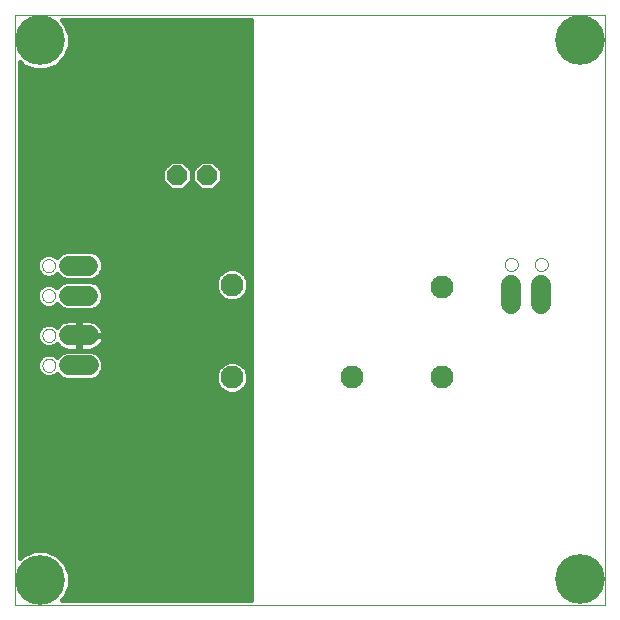
<source format=gtl>
G75*
%MOIN*%
%OFA0B0*%
%FSLAX24Y24*%
%IPPOS*%
%LPD*%
%AMOC8*
5,1,8,0,0,1.08239X$1,22.5*
%
%ADD10C,0.0000*%
%ADD11OC8,0.0660*%
%ADD12C,0.0650*%
%ADD13C,0.0768*%
%ADD14C,0.0160*%
%ADD15C,0.1660*%
D10*
X000285Y000180D02*
X000285Y019865D01*
X019970Y019865D01*
X019970Y000180D01*
X000285Y000180D01*
X001202Y008174D02*
X001204Y008203D01*
X001210Y008231D01*
X001219Y008259D01*
X001232Y008285D01*
X001249Y008308D01*
X001268Y008330D01*
X001290Y008349D01*
X001315Y008364D01*
X001341Y008377D01*
X001369Y008385D01*
X001397Y008390D01*
X001426Y008391D01*
X001455Y008388D01*
X001483Y008381D01*
X001510Y008371D01*
X001536Y008357D01*
X001559Y008340D01*
X001580Y008320D01*
X001598Y008297D01*
X001613Y008272D01*
X001624Y008245D01*
X001632Y008217D01*
X001636Y008188D01*
X001636Y008160D01*
X001632Y008131D01*
X001624Y008103D01*
X001613Y008076D01*
X001598Y008051D01*
X001580Y008028D01*
X001559Y008008D01*
X001536Y007991D01*
X001510Y007977D01*
X001483Y007967D01*
X001455Y007960D01*
X001426Y007957D01*
X001397Y007958D01*
X001369Y007963D01*
X001341Y007971D01*
X001315Y007984D01*
X001290Y007999D01*
X001268Y008018D01*
X001249Y008040D01*
X001232Y008063D01*
X001219Y008089D01*
X001210Y008117D01*
X001204Y008145D01*
X001202Y008174D01*
X001202Y009174D02*
X001204Y009203D01*
X001210Y009231D01*
X001219Y009259D01*
X001232Y009285D01*
X001249Y009308D01*
X001268Y009330D01*
X001290Y009349D01*
X001315Y009364D01*
X001341Y009377D01*
X001369Y009385D01*
X001397Y009390D01*
X001426Y009391D01*
X001455Y009388D01*
X001483Y009381D01*
X001510Y009371D01*
X001536Y009357D01*
X001559Y009340D01*
X001580Y009320D01*
X001598Y009297D01*
X001613Y009272D01*
X001624Y009245D01*
X001632Y009217D01*
X001636Y009188D01*
X001636Y009160D01*
X001632Y009131D01*
X001624Y009103D01*
X001613Y009076D01*
X001598Y009051D01*
X001580Y009028D01*
X001559Y009008D01*
X001536Y008991D01*
X001510Y008977D01*
X001483Y008967D01*
X001455Y008960D01*
X001426Y008957D01*
X001397Y008958D01*
X001369Y008963D01*
X001341Y008971D01*
X001315Y008984D01*
X001290Y008999D01*
X001268Y009018D01*
X001249Y009040D01*
X001232Y009063D01*
X001219Y009089D01*
X001210Y009117D01*
X001204Y009145D01*
X001202Y009174D01*
X001194Y010500D02*
X001196Y010529D01*
X001202Y010557D01*
X001211Y010585D01*
X001224Y010611D01*
X001241Y010634D01*
X001260Y010656D01*
X001282Y010675D01*
X001307Y010690D01*
X001333Y010703D01*
X001361Y010711D01*
X001389Y010716D01*
X001418Y010717D01*
X001447Y010714D01*
X001475Y010707D01*
X001502Y010697D01*
X001528Y010683D01*
X001551Y010666D01*
X001572Y010646D01*
X001590Y010623D01*
X001605Y010598D01*
X001616Y010571D01*
X001624Y010543D01*
X001628Y010514D01*
X001628Y010486D01*
X001624Y010457D01*
X001616Y010429D01*
X001605Y010402D01*
X001590Y010377D01*
X001572Y010354D01*
X001551Y010334D01*
X001528Y010317D01*
X001502Y010303D01*
X001475Y010293D01*
X001447Y010286D01*
X001418Y010283D01*
X001389Y010284D01*
X001361Y010289D01*
X001333Y010297D01*
X001307Y010310D01*
X001282Y010325D01*
X001260Y010344D01*
X001241Y010366D01*
X001224Y010389D01*
X001211Y010415D01*
X001202Y010443D01*
X001196Y010471D01*
X001194Y010500D01*
X001194Y011500D02*
X001196Y011529D01*
X001202Y011557D01*
X001211Y011585D01*
X001224Y011611D01*
X001241Y011634D01*
X001260Y011656D01*
X001282Y011675D01*
X001307Y011690D01*
X001333Y011703D01*
X001361Y011711D01*
X001389Y011716D01*
X001418Y011717D01*
X001447Y011714D01*
X001475Y011707D01*
X001502Y011697D01*
X001528Y011683D01*
X001551Y011666D01*
X001572Y011646D01*
X001590Y011623D01*
X001605Y011598D01*
X001616Y011571D01*
X001624Y011543D01*
X001628Y011514D01*
X001628Y011486D01*
X001624Y011457D01*
X001616Y011429D01*
X001605Y011402D01*
X001590Y011377D01*
X001572Y011354D01*
X001551Y011334D01*
X001528Y011317D01*
X001502Y011303D01*
X001475Y011293D01*
X001447Y011286D01*
X001418Y011283D01*
X001389Y011284D01*
X001361Y011289D01*
X001333Y011297D01*
X001307Y011310D01*
X001282Y011325D01*
X001260Y011344D01*
X001241Y011366D01*
X001224Y011389D01*
X001211Y011415D01*
X001202Y011443D01*
X001196Y011471D01*
X001194Y011500D01*
X016615Y011539D02*
X016617Y011568D01*
X016623Y011596D01*
X016632Y011624D01*
X016645Y011650D01*
X016662Y011673D01*
X016681Y011695D01*
X016703Y011714D01*
X016728Y011729D01*
X016754Y011742D01*
X016782Y011750D01*
X016810Y011755D01*
X016839Y011756D01*
X016868Y011753D01*
X016896Y011746D01*
X016923Y011736D01*
X016949Y011722D01*
X016972Y011705D01*
X016993Y011685D01*
X017011Y011662D01*
X017026Y011637D01*
X017037Y011610D01*
X017045Y011582D01*
X017049Y011553D01*
X017049Y011525D01*
X017045Y011496D01*
X017037Y011468D01*
X017026Y011441D01*
X017011Y011416D01*
X016993Y011393D01*
X016972Y011373D01*
X016949Y011356D01*
X016923Y011342D01*
X016896Y011332D01*
X016868Y011325D01*
X016839Y011322D01*
X016810Y011323D01*
X016782Y011328D01*
X016754Y011336D01*
X016728Y011349D01*
X016703Y011364D01*
X016681Y011383D01*
X016662Y011405D01*
X016645Y011428D01*
X016632Y011454D01*
X016623Y011482D01*
X016617Y011510D01*
X016615Y011539D01*
X017615Y011539D02*
X017617Y011568D01*
X017623Y011596D01*
X017632Y011624D01*
X017645Y011650D01*
X017662Y011673D01*
X017681Y011695D01*
X017703Y011714D01*
X017728Y011729D01*
X017754Y011742D01*
X017782Y011750D01*
X017810Y011755D01*
X017839Y011756D01*
X017868Y011753D01*
X017896Y011746D01*
X017923Y011736D01*
X017949Y011722D01*
X017972Y011705D01*
X017993Y011685D01*
X018011Y011662D01*
X018026Y011637D01*
X018037Y011610D01*
X018045Y011582D01*
X018049Y011553D01*
X018049Y011525D01*
X018045Y011496D01*
X018037Y011468D01*
X018026Y011441D01*
X018011Y011416D01*
X017993Y011393D01*
X017972Y011373D01*
X017949Y011356D01*
X017923Y011342D01*
X017896Y011332D01*
X017868Y011325D01*
X017839Y011322D01*
X017810Y011323D01*
X017782Y011328D01*
X017754Y011336D01*
X017728Y011349D01*
X017703Y011364D01*
X017681Y011383D01*
X017662Y011405D01*
X017645Y011428D01*
X017632Y011454D01*
X017623Y011482D01*
X017617Y011510D01*
X017615Y011539D01*
D11*
X006694Y014512D03*
X005694Y014512D03*
D12*
X002736Y011500D02*
X002086Y011500D01*
X002086Y010500D02*
X002736Y010500D01*
X002744Y009174D02*
X002095Y009174D01*
X002095Y008174D02*
X002744Y008174D01*
X016832Y010214D02*
X016832Y010864D01*
X017832Y010864D02*
X017832Y010214D01*
D13*
X014522Y010773D03*
X014522Y007773D03*
X011522Y007773D03*
X007522Y007773D03*
X007522Y010863D03*
D14*
X007910Y010483D02*
X008159Y010483D01*
X008159Y010641D02*
X008019Y010641D01*
X007983Y010555D02*
X008066Y010755D01*
X008066Y010971D01*
X007983Y011171D01*
X007830Y011324D01*
X007630Y011407D01*
X007414Y011407D01*
X007214Y011324D01*
X007061Y011171D01*
X006978Y010971D01*
X006978Y010755D01*
X007061Y010555D01*
X007214Y010402D01*
X007414Y010319D01*
X007630Y010319D01*
X007830Y010402D01*
X007983Y010555D01*
X008066Y010800D02*
X008159Y010800D01*
X008159Y010958D02*
X008066Y010958D01*
X008006Y011117D02*
X008159Y011117D01*
X008159Y011275D02*
X007879Y011275D01*
X008159Y011434D02*
X003221Y011434D01*
X003221Y011404D02*
X003221Y011597D01*
X003147Y011775D01*
X003011Y011911D01*
X002832Y011985D01*
X001990Y011985D01*
X001812Y011911D01*
X001686Y011786D01*
X001636Y011837D01*
X001490Y011897D01*
X001332Y011897D01*
X001187Y011837D01*
X001075Y011725D01*
X001015Y011579D01*
X001015Y011421D01*
X001075Y011276D01*
X001187Y011164D01*
X001332Y011104D01*
X001490Y011104D01*
X001636Y011164D01*
X001686Y011215D01*
X001812Y011089D01*
X001990Y011016D01*
X002832Y011016D01*
X003011Y011089D01*
X003147Y011226D01*
X003221Y011404D01*
X003167Y011275D02*
X007165Y011275D01*
X007038Y011117D02*
X003038Y011117D01*
X003011Y010911D02*
X002832Y010985D01*
X001990Y010985D01*
X001812Y010911D01*
X001686Y010786D01*
X001636Y010837D01*
X001490Y010897D01*
X001332Y010897D01*
X001187Y010837D01*
X001075Y010725D01*
X001015Y010579D01*
X001015Y010421D01*
X001075Y010276D01*
X001187Y010164D01*
X001332Y010104D01*
X001490Y010104D01*
X001636Y010164D01*
X001686Y010215D01*
X001812Y010089D01*
X001990Y010016D01*
X002832Y010016D01*
X003011Y010089D01*
X003147Y010226D01*
X003221Y010404D01*
X003221Y010597D01*
X003147Y010775D01*
X003011Y010911D01*
X002898Y010958D02*
X006978Y010958D01*
X006978Y010800D02*
X003122Y010800D01*
X003202Y010641D02*
X007025Y010641D01*
X007134Y010483D02*
X003221Y010483D01*
X003188Y010324D02*
X007403Y010324D01*
X007641Y010324D02*
X008159Y010324D01*
X008159Y010166D02*
X003087Y010166D01*
X002938Y009642D02*
X002862Y009666D01*
X002784Y009679D01*
X002448Y009679D01*
X002448Y009202D01*
X003249Y009202D01*
X003249Y009214D01*
X003237Y009292D01*
X003212Y009368D01*
X003176Y009439D01*
X003129Y009503D01*
X003073Y009559D01*
X003009Y009606D01*
X002938Y009642D01*
X003100Y009532D02*
X008159Y009532D01*
X008159Y009690D02*
X000465Y009690D01*
X000465Y009532D02*
X001246Y009532D01*
X001195Y009510D02*
X001340Y009570D01*
X001498Y009570D01*
X001644Y009510D01*
X001685Y009469D01*
X001710Y009503D01*
X001766Y009559D01*
X001830Y009606D01*
X001901Y009642D01*
X001976Y009666D01*
X002055Y009679D01*
X002391Y009679D01*
X002391Y009202D01*
X002448Y009202D01*
X002448Y009146D01*
X003249Y009146D01*
X003249Y009134D01*
X003237Y009056D01*
X008159Y009056D01*
X008159Y008898D02*
X003167Y008898D01*
X003176Y008909D02*
X003212Y008980D01*
X003237Y009056D01*
X003176Y008909D02*
X003129Y008845D01*
X003073Y008789D01*
X003009Y008742D01*
X002938Y008706D01*
X002862Y008682D01*
X002784Y008669D01*
X002448Y008669D01*
X002448Y009146D01*
X002391Y009146D01*
X002391Y008669D01*
X002055Y008669D01*
X001976Y008682D01*
X001901Y008706D01*
X001830Y008742D01*
X001766Y008789D01*
X001710Y008845D01*
X001685Y008879D01*
X001644Y008838D01*
X001498Y008777D01*
X001340Y008777D01*
X001195Y008838D01*
X001083Y008949D01*
X001023Y009095D01*
X001023Y009253D01*
X001083Y009399D01*
X001195Y009510D01*
X001073Y009373D02*
X000465Y009373D01*
X000465Y009215D02*
X001023Y009215D01*
X001039Y009056D02*
X000465Y009056D01*
X000465Y008898D02*
X001135Y008898D01*
X001340Y008570D02*
X001195Y008510D01*
X001083Y008399D01*
X001023Y008253D01*
X001023Y008095D01*
X001083Y007949D01*
X001195Y007838D01*
X001340Y007777D01*
X001498Y007777D01*
X001644Y007838D01*
X001695Y007888D01*
X001820Y007763D01*
X001998Y007689D01*
X002841Y007689D01*
X003019Y007763D01*
X003155Y007899D01*
X003229Y008078D01*
X003229Y008270D01*
X003155Y008449D01*
X003019Y008585D01*
X002841Y008659D01*
X001998Y008659D01*
X001820Y008585D01*
X001695Y008460D01*
X001644Y008510D01*
X001498Y008570D01*
X001340Y008570D01*
X001107Y008422D02*
X000465Y008422D01*
X000465Y008264D02*
X001027Y008264D01*
X001023Y008105D02*
X000465Y008105D01*
X000465Y007947D02*
X001086Y007947D01*
X001315Y007788D02*
X000465Y007788D01*
X000465Y007630D02*
X006993Y007630D01*
X006978Y007665D02*
X007061Y007465D01*
X007214Y007312D01*
X007414Y007229D01*
X007630Y007229D01*
X007830Y007312D01*
X007983Y007465D01*
X008066Y007665D01*
X008066Y007881D01*
X007983Y008081D01*
X007830Y008234D01*
X007630Y008317D01*
X007414Y008317D01*
X007214Y008234D01*
X007061Y008081D01*
X006978Y007881D01*
X006978Y007665D01*
X006978Y007788D02*
X003044Y007788D01*
X003175Y007947D02*
X007005Y007947D01*
X007085Y008105D02*
X003229Y008105D01*
X003229Y008264D02*
X007286Y008264D01*
X007758Y008264D02*
X008159Y008264D01*
X008159Y008422D02*
X003166Y008422D01*
X003023Y008581D02*
X008159Y008581D01*
X008159Y008739D02*
X003003Y008739D01*
X003249Y009215D02*
X008159Y009215D01*
X008159Y009373D02*
X003209Y009373D01*
X002448Y009373D02*
X002391Y009373D01*
X002391Y009215D02*
X002448Y009215D01*
X002448Y009056D02*
X002391Y009056D01*
X002391Y008898D02*
X002448Y008898D01*
X002448Y008739D02*
X002391Y008739D01*
X001836Y008739D02*
X000465Y008739D01*
X000465Y008581D02*
X001816Y008581D01*
X001795Y007788D02*
X001524Y007788D01*
X000465Y007471D02*
X007058Y007471D01*
X007213Y007313D02*
X000465Y007313D01*
X000465Y007154D02*
X008159Y007154D01*
X008159Y006996D02*
X000465Y006996D01*
X000465Y006837D02*
X008159Y006837D01*
X008159Y006679D02*
X000465Y006679D01*
X000465Y006520D02*
X008159Y006520D01*
X008159Y006362D02*
X000465Y006362D01*
X000465Y006203D02*
X008159Y006203D01*
X008159Y006045D02*
X000465Y006045D01*
X000465Y005886D02*
X008159Y005886D01*
X008159Y005728D02*
X000465Y005728D01*
X000465Y005569D02*
X008159Y005569D01*
X008159Y005411D02*
X000465Y005411D01*
X000465Y005252D02*
X008159Y005252D01*
X008159Y005094D02*
X000465Y005094D01*
X000465Y004935D02*
X008159Y004935D01*
X008159Y004777D02*
X000465Y004777D01*
X000465Y004618D02*
X008159Y004618D01*
X008159Y004460D02*
X000465Y004460D01*
X000465Y004301D02*
X008159Y004301D01*
X008159Y004143D02*
X000465Y004143D01*
X000465Y003984D02*
X008159Y003984D01*
X008159Y003826D02*
X000465Y003826D01*
X000465Y003667D02*
X008159Y003667D01*
X008159Y003509D02*
X000465Y003509D01*
X000465Y003350D02*
X008159Y003350D01*
X008159Y003192D02*
X000465Y003192D01*
X000465Y003033D02*
X008159Y003033D01*
X008159Y002875D02*
X000465Y002875D01*
X000465Y002716D02*
X008159Y002716D01*
X008159Y002558D02*
X000465Y002558D01*
X000465Y002399D02*
X008159Y002399D01*
X008159Y002241D02*
X000465Y002241D01*
X000465Y002082D02*
X008159Y002082D01*
X008159Y001924D02*
X001565Y001924D01*
X001696Y001869D02*
X001332Y002020D01*
X000938Y002020D01*
X000574Y001869D01*
X000465Y001760D01*
X000465Y018276D01*
X000575Y018166D01*
X000939Y018015D01*
X001333Y018015D01*
X001696Y018166D01*
X001975Y018444D01*
X002126Y018808D01*
X002126Y019202D01*
X001975Y019566D01*
X001855Y019685D01*
X008159Y019685D01*
X008159Y000360D01*
X001865Y000360D01*
X001974Y000469D01*
X002125Y000833D01*
X002125Y001227D01*
X001974Y001591D01*
X001696Y001869D01*
X001800Y001765D02*
X008159Y001765D01*
X008159Y001607D02*
X001958Y001607D01*
X002033Y001448D02*
X008159Y001448D01*
X008159Y001290D02*
X002099Y001290D01*
X002125Y001131D02*
X008159Y001131D01*
X008159Y000973D02*
X002125Y000973D01*
X002117Y000814D02*
X008159Y000814D01*
X008159Y000656D02*
X002051Y000656D01*
X001986Y000497D02*
X008159Y000497D01*
X008159Y007313D02*
X007831Y007313D01*
X007986Y007471D02*
X008159Y007471D01*
X008159Y007630D02*
X008051Y007630D01*
X008066Y007788D02*
X008159Y007788D01*
X008159Y007947D02*
X008039Y007947D01*
X007959Y008105D02*
X008159Y008105D01*
X008159Y009849D02*
X000465Y009849D01*
X000465Y010007D02*
X008159Y010007D01*
X008159Y011592D02*
X003221Y011592D01*
X003157Y011751D02*
X008159Y011751D01*
X008159Y011909D02*
X003013Y011909D01*
X001809Y011909D02*
X000465Y011909D01*
X000465Y011751D02*
X001101Y011751D01*
X001020Y011592D02*
X000465Y011592D01*
X000465Y011434D02*
X001015Y011434D01*
X001076Y011275D02*
X000465Y011275D01*
X000465Y011117D02*
X001302Y011117D01*
X001521Y011117D02*
X001785Y011117D01*
X001924Y010958D02*
X000465Y010958D01*
X000465Y010800D02*
X001150Y010800D01*
X001040Y010641D02*
X000465Y010641D01*
X000465Y010483D02*
X001015Y010483D01*
X001055Y010324D02*
X000465Y010324D01*
X000465Y010166D02*
X001185Y010166D01*
X001637Y010166D02*
X001736Y010166D01*
X001738Y009532D02*
X001592Y009532D01*
X002391Y009532D02*
X002448Y009532D01*
X001700Y010800D02*
X001673Y010800D01*
X000465Y012068D02*
X008159Y012068D01*
X008159Y012226D02*
X000465Y012226D01*
X000465Y012385D02*
X008159Y012385D01*
X008159Y012543D02*
X000465Y012543D01*
X000465Y012702D02*
X008159Y012702D01*
X008159Y012860D02*
X000465Y012860D01*
X000465Y013019D02*
X008159Y013019D01*
X008159Y013177D02*
X000465Y013177D01*
X000465Y013336D02*
X008159Y013336D01*
X008159Y013494D02*
X000465Y013494D01*
X000465Y013653D02*
X008159Y013653D01*
X008159Y013811D02*
X000465Y013811D01*
X000465Y013970D02*
X008159Y013970D01*
X008159Y014128D02*
X007003Y014128D01*
X006897Y014022D02*
X007184Y014309D01*
X007184Y014715D01*
X006897Y015002D01*
X006491Y015002D01*
X006204Y014715D01*
X006204Y014309D01*
X006491Y014022D01*
X006897Y014022D01*
X007161Y014287D02*
X008159Y014287D01*
X008159Y014445D02*
X007184Y014445D01*
X007184Y014604D02*
X008159Y014604D01*
X008159Y014762D02*
X007137Y014762D01*
X006978Y014921D02*
X008159Y014921D01*
X008159Y015079D02*
X000465Y015079D01*
X000465Y014921D02*
X005409Y014921D01*
X005491Y015002D02*
X005204Y014715D01*
X005204Y014309D01*
X005491Y014022D01*
X005897Y014022D01*
X006184Y014309D01*
X006184Y014715D01*
X005897Y015002D01*
X005491Y015002D01*
X005251Y014762D02*
X000465Y014762D01*
X000465Y014604D02*
X005204Y014604D01*
X005204Y014445D02*
X000465Y014445D01*
X000465Y014287D02*
X005226Y014287D01*
X005385Y014128D02*
X000465Y014128D01*
X000465Y015238D02*
X008159Y015238D01*
X008159Y015396D02*
X000465Y015396D01*
X000465Y015555D02*
X008159Y015555D01*
X008159Y015713D02*
X000465Y015713D01*
X000465Y015872D02*
X008159Y015872D01*
X008159Y016030D02*
X000465Y016030D01*
X000465Y016189D02*
X008159Y016189D01*
X008159Y016347D02*
X000465Y016347D01*
X000465Y016506D02*
X008159Y016506D01*
X008159Y016664D02*
X000465Y016664D01*
X000465Y016823D02*
X008159Y016823D01*
X008159Y016981D02*
X000465Y016981D01*
X000465Y017140D02*
X008159Y017140D01*
X008159Y017298D02*
X000465Y017298D01*
X000465Y017457D02*
X008159Y017457D01*
X008159Y017615D02*
X000465Y017615D01*
X000465Y017774D02*
X008159Y017774D01*
X008159Y017932D02*
X000465Y017932D01*
X000465Y018091D02*
X000756Y018091D01*
X000492Y018249D02*
X000465Y018249D01*
X001515Y018091D02*
X008159Y018091D01*
X008159Y018249D02*
X001780Y018249D01*
X001938Y018408D02*
X008159Y018408D01*
X008159Y018566D02*
X002025Y018566D01*
X002091Y018725D02*
X008159Y018725D01*
X008159Y018883D02*
X002126Y018883D01*
X002126Y019042D02*
X008159Y019042D01*
X008159Y019200D02*
X002126Y019200D01*
X002061Y019359D02*
X008159Y019359D01*
X008159Y019517D02*
X001995Y019517D01*
X001865Y019676D02*
X008159Y019676D01*
X006409Y014921D02*
X005978Y014921D01*
X006137Y014762D02*
X006251Y014762D01*
X006204Y014604D02*
X006184Y014604D01*
X006184Y014445D02*
X006204Y014445D01*
X006226Y014287D02*
X006161Y014287D01*
X006003Y014128D02*
X006385Y014128D01*
X000705Y001924D02*
X000465Y001924D01*
X000465Y001765D02*
X000470Y001765D01*
D15*
X001135Y001030D03*
X001136Y019005D03*
X019117Y019007D03*
X019114Y001042D03*
M02*

</source>
